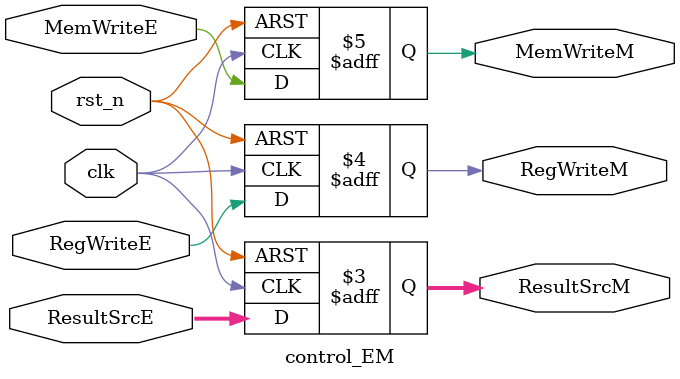
<source format=v>
module control_EM (
    input clk, rst_n, RegWriteE, MemWriteE,
    input [1:0] ResultSrcE,
    output reg [1:0] ResultSrcM,
    output reg RegWriteM, MemWriteM
);
    always @(posedge clk or negedge rst_n) begin
        if (~rst_n) begin
            RegWriteM <= 0;
            MemWriteM <= 0;
            ResultSrcM <= 0;
        end
        else begin
            RegWriteM <= RegWriteE;
            MemWriteM <= MemWriteE;
            ResultSrcM <= ResultSrcE;
        end
    end
endmodule

</source>
